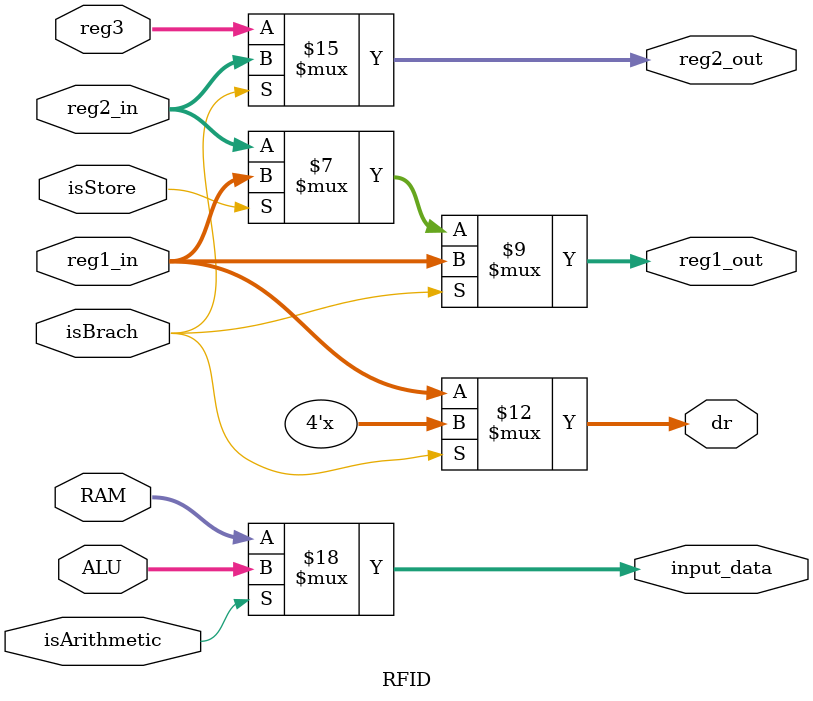
<source format=v>

module RFID(RAM, ALU, isArithmetic, input_data, reg1_out,
			dr, isStore, reg2_out, reg3, isBrach, reg1_in, reg2_in);
    
	input isArithmetic;
	input isStore;
	input isBrach;
	input [19:0] RAM;
	input [19:0] ALU;
	input [3:0] reg3;
	input [3:0] reg1_in; 
	input [3:0] reg2_in;
	output reg [3:0] dr;
	output reg [3:0] reg1_out;
	output reg [3:0] reg2_out;
	output reg [19:0] input_data;
	
    always @(*)
    begin    
		
		if (isArithmetic == 0)
		begin
			input_data <= RAM;
		end

		else
		begin
			input_data <= ALU;
		end
	
		
		if (isBrach == 0)
		begin
			reg2_out <= reg3;
			dr <= reg1_in;
			
			if (isStore == 0)
			begin
				reg1_out <= reg2_in;
			end
			else
			begin
				reg1_out <= reg1_in;
			end			
		end
		else
		begin
			reg2_out <= reg2_in;
			reg1_out <= reg1_in;
		end
	end
	
endmodule
</source>
